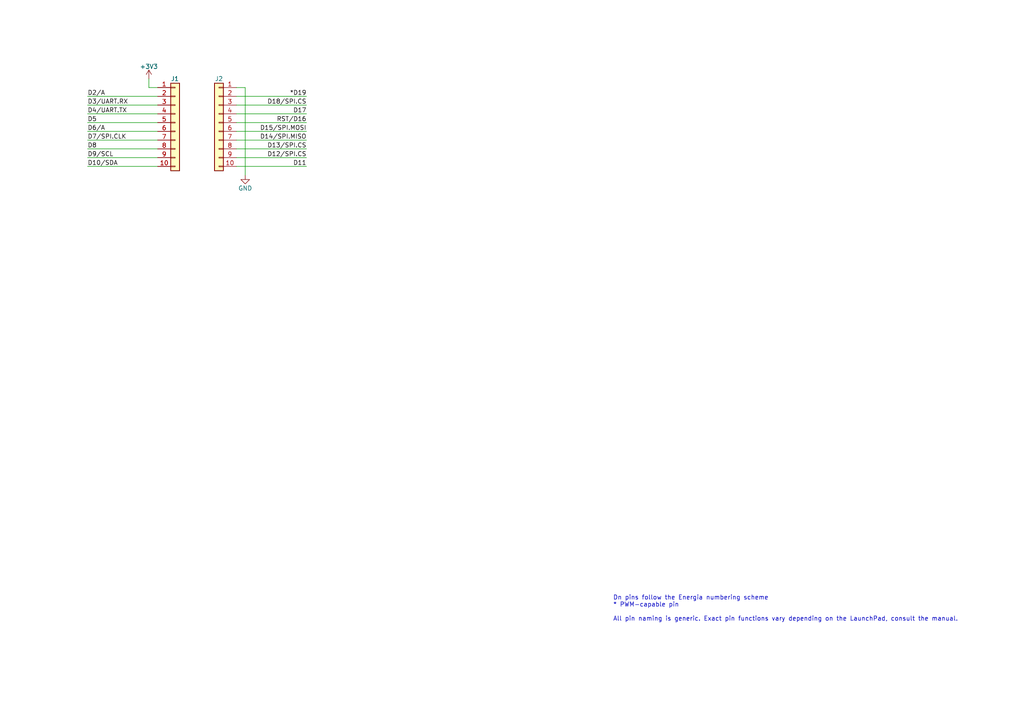
<source format=kicad_sch>
(kicad_sch (version 20250114) (generator "eeschema") (generator_version "9.0")
  (paper "A4")
  (title_block (date "19 oct 2012"))
  (lib_symbols
    (symbol "Connector_Generic:Conn_01x10" (pin_names (offset 1.016) (hide yes))
      (property "Reference" "J" (at 0 12.7 0))
      (property "Value" "Conn_01x10" (at 0 -15.24 0))
      (symbol "Conn_01x10_1_1"
        (rectangle (start -1.27 11.43) (end 1.27 -13.97) (stroke (width 0.254)) (fill (type background)))
        (rectangle (start -1.27 10.287) (end 0 10.033) (stroke (width 0.1524)))
        (rectangle (start -1.27 7.747) (end 0 7.493) (stroke (width 0.1524)))
        (rectangle (start -1.27 5.207) (end 0 4.953) (stroke (width 0.1524)))
        (rectangle (start -1.27 2.667) (end 0 2.413) (stroke (width 0.1524)))
        (rectangle (start -1.27 0.127) (end 0 -0.127) (stroke (width 0.1524)))
        (rectangle (start -1.27 -2.413) (end 0 -2.667) (stroke (width 0.1524)))
        (rectangle (start -1.27 -4.953) (end 0 -5.207) (stroke (width 0.1524)))
        (rectangle (start -1.27 -7.493) (end 0 -7.747) (stroke (width 0.1524)))
        (rectangle (start -1.27 -10.033) (end 0 -10.287) (stroke (width 0.1524)))
        (rectangle (start -1.27 -12.573) (end 0 -12.827) (stroke (width 0.1524)))
        (pin passive line (at -5.08 10.16 0) (length 3.81) (name "Pin_1") (number "1"))
        (pin passive line (at -5.08 7.62 0) (length 3.81) (name "Pin_2") (number "2"))
        (pin passive line (at -5.08 5.08 0) (length 3.81) (name "Pin_3") (number "3"))
        (pin passive line (at -5.08 2.54 0) (length 3.81) (name "Pin_4") (number "4"))
        (pin passive line (at -5.08 0 0) (length 3.81) (name "Pin_5") (number "5"))
        (pin passive line (at -5.08 -2.54 0) (length 3.81) (name "Pin_6") (number "6"))
        (pin passive line (at -5.08 -5.08 0) (length 3.81) (name "Pin_7") (number "7"))
        (pin passive line (at -5.08 -7.62 0) (length 3.81) (name "Pin_8") (number "8"))
        (pin passive line (at -5.08 -10.16 0) (length 3.81) (name "Pin_9") (number "9"))
        (pin passive line (at -5.08 -12.7 0) (length 3.81) (name "Pin_10") (number "10"))
      )
    )
    (symbol "power:+3.3V" (power) (pin_names (offset 0))
      (property "Value" "+3.3V" (at 0 3.556 0))
      (symbol "+3.3V_0_1"
        (polyline (pts (xy -0.762 1.27) (xy 0 2.54)))
        (polyline (pts (xy 0 2.54) (xy 0.762 1.27)))
        (polyline (pts (xy 0 0) (xy 0 2.54)))
      )
      (symbol "+3.3V_1_1"
        (pin power_in line (at 0 0 90) (length 0) (hide yes) (name "+3V3") (number "1"))
      )
    )
    (symbol "power:GND" (power) (pin_names (offset 0))
      (property "Value" "GND" (at 0 -3.81 0))
      (symbol "GND_0_1"
        (polyline (pts (xy 0 0) (xy 0 -1.27) (xy 1.27 -1.27) (xy 0 -2.54) (xy -1.27 -1.27) (xy 0 -1.27)))
      )
      (symbol "GND_1_1"
        (pin power_in line (at 0 0 270) (length 0) (hide yes) (name "GND") (number "1"))
      )
    )
  )
  (text "Dn pins follow the Energia numbering scheme\n* PWM-capable pin\n\nAll pin naming is generic. Exact pin functions vary depending on the LaunchPad, consult the manual." (at 177.8 180.34 0) (effects (font (size 1.27 1.27)) (justify left bottom)))
  (wire (pts (xy 68.58 45.72) (xy 88.9 45.72)))
  (wire (pts (xy 68.58 27.94) (xy 88.9 27.94)))
  (wire (pts (xy 68.58 48.26) (xy 88.9 48.26)))
  (wire (pts (xy 25.4 35.56) (xy 45.72 35.56)))
  (wire (pts (xy 68.58 35.56) (xy 88.9 35.56)))
  (wire (pts (xy 25.4 40.64) (xy 45.72 40.64)))
  (wire (pts (xy 25.4 27.94) (xy 45.72 27.94)))
  (wire (pts (xy 25.4 30.48) (xy 45.72 30.48)))
  (wire (pts (xy 25.4 48.26) (xy 45.72 48.26)))
  (wire (pts (xy 68.58 30.48) (xy 88.9 30.48)))
  (wire (pts (xy 25.4 45.72) (xy 45.72 45.72)))
  (wire (pts (xy 25.4 43.18) (xy 45.72 43.18)))
  (wire (pts (xy 68.58 25.4) (xy 71.12 25.4)))
  (wire (pts (xy 71.12 25.4) (xy 71.12 50.8)))
  (wire (pts (xy 68.58 43.18) (xy 88.9 43.18)))
  (wire (pts (xy 43.18 22.86) (xy 43.18 25.4)))
  (wire (pts (xy 45.72 25.4) (xy 43.18 25.4)))
  (wire (pts (xy 68.58 33.02) (xy 88.9 33.02)))
  (wire (pts (xy 68.58 40.64) (xy 88.9 40.64)))
  (wire (pts (xy 25.4 38.1) (xy 45.72 38.1)))
  (wire (pts (xy 25.4 33.02) (xy 45.72 33.02)))
  (wire (pts (xy 68.58 38.1) (xy 88.9 38.1)))
  (label "D2{slash}A" (at 25.4 27.94 0))
  (label "D11" (at 88.9 48.26 180))
  (label "D15{slash}SPI.MOSI" (at 88.9 38.1 180))
  (label "D18{slash}SPI.CS" (at 88.9 30.48 180))
  (label "D7{slash}SPI.CLK" (at 25.4 40.64 0))
  (label "D17" (at 88.9 33.02 180))
  (label "D6{slash}A" (at 25.4 38.1 0))
  (label "*D19" (at 88.9 27.94 180))
  (label "D9{slash}SCL" (at 25.4 45.72 0))
  (label "RST{slash}D16" (at 88.9 35.56 180))
  (label "D10{slash}SDA" (at 25.4 48.26 0))
  (label "D5" (at 25.4 35.56 0))
  (label "D13{slash}SPI.CS" (at 88.9 43.18 180))
  (label "D4{slash}UART.TX" (at 25.4 33.02 0))
  (label "D8" (at 25.4 43.18 0))
  (label "D14{slash}SPI.MISO" (at 88.9 40.64 180))
  (label "D12{slash}SPI.CS" (at 88.9 45.72 180))
  (label "D3{slash}UART.RX" (at 25.4 30.48 0))
  (symbol (lib_id "Connector_Generic:Conn_01x10") (at 50.8 35.56 0) (unit 1)
    (property "Reference" "J1" (at 49.53 22.86 0) (effects (justify left)))
    (property "Value" "Conn_01x10" (effects (hide yes)))
    (property "Footprint" "Connector_PinSocket_2.54mm:PinSocket_1x10_P2.54mm_Vertical" (effects (hide yes)))
  )
  (symbol (lib_id "power:+3.3V") (at 43.18 22.86 0) (unit 1)
    (property "Reference" "#PWR?" (effects (hide yes)))
    (property "Value" "+3V3" (at 43.18 19.304 0))
  )
  (symbol (lib_id "Connector_Generic:Conn_01x10") (at 63.5 35.56 0) (mirror y) (unit 1)
    (property "Reference" "J2" (at 63.5 22.86 0))
    (property "Value" "Conn_01x10" (effects (hide yes)))
    (property "Footprint" "Connector_PinSocket_2.54mm:PinSocket_1x10_P2.54mm_Vertical" (effects (hide yes)))
  )
  (symbol (lib_id "power:GND") (at 71.12 50.8 0) (unit 1)
    (property "Reference" "#PWR?" (effects (hide yes)))
    (property "Value" "GND" (at 71.12 54.61 0))
  )
)
</source>
